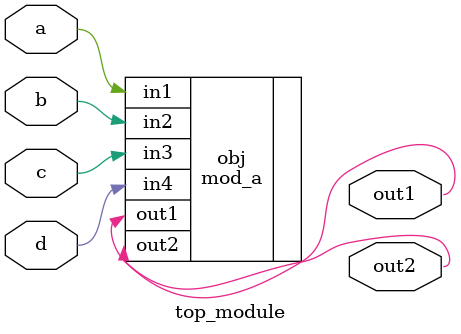
<source format=v>
module top_module ( 
    input a, 
    input b, 
    input c,
    input d,
    output out1,
    output out2
);
    mod_a obj ( .out1(out1), .out2(out2), .in1(a), .in2(b), .in3(c), .in4(d));


endmodule

</source>
